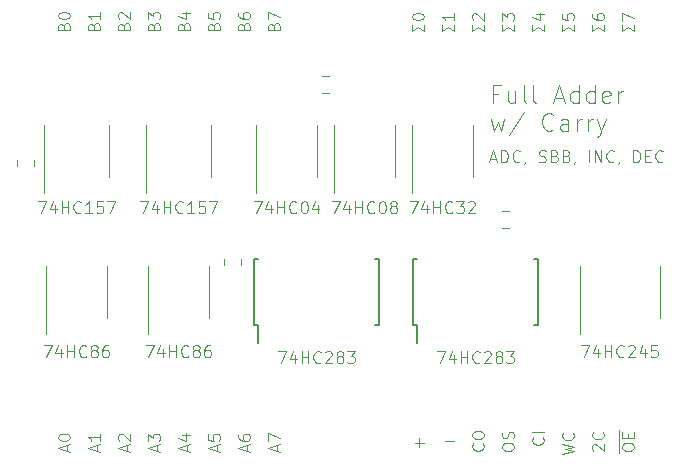
<source format=gbr>
%TF.GenerationSoftware,KiCad,Pcbnew,(5.1.10-1-10_14)*%
%TF.CreationDate,2021-12-18T11:30:40-05:00*%
%TF.ProjectId,Arithmetic,41726974-686d-4657-9469-632e6b696361,rev?*%
%TF.SameCoordinates,Original*%
%TF.FileFunction,Legend,Top*%
%TF.FilePolarity,Positive*%
%FSLAX46Y46*%
G04 Gerber Fmt 4.6, Leading zero omitted, Abs format (unit mm)*
G04 Created by KiCad (PCBNEW (5.1.10-1-10_14)) date 2021-12-18 11:30:40*
%MOMM*%
%LPD*%
G01*
G04 APERTURE LIST*
%ADD10C,0.100000*%
%ADD11C,0.120000*%
%ADD12C,0.150000*%
G04 APERTURE END LIST*
D10*
X145035476Y-56808666D02*
X145511666Y-56808666D01*
X144940238Y-57094380D02*
X145273571Y-56094380D01*
X145606904Y-57094380D01*
X145940238Y-57094380D02*
X145940238Y-56094380D01*
X146178333Y-56094380D01*
X146321190Y-56142000D01*
X146416428Y-56237238D01*
X146464047Y-56332476D01*
X146511666Y-56522952D01*
X146511666Y-56665809D01*
X146464047Y-56856285D01*
X146416428Y-56951523D01*
X146321190Y-57046761D01*
X146178333Y-57094380D01*
X145940238Y-57094380D01*
X147511666Y-56999142D02*
X147464047Y-57046761D01*
X147321190Y-57094380D01*
X147225952Y-57094380D01*
X147083095Y-57046761D01*
X146987857Y-56951523D01*
X146940238Y-56856285D01*
X146892619Y-56665809D01*
X146892619Y-56522952D01*
X146940238Y-56332476D01*
X146987857Y-56237238D01*
X147083095Y-56142000D01*
X147225952Y-56094380D01*
X147321190Y-56094380D01*
X147464047Y-56142000D01*
X147511666Y-56189619D01*
X147987857Y-57046761D02*
X147987857Y-57094380D01*
X147940238Y-57189619D01*
X147892619Y-57237238D01*
X149130714Y-57046761D02*
X149273571Y-57094380D01*
X149511666Y-57094380D01*
X149606904Y-57046761D01*
X149654523Y-56999142D01*
X149702142Y-56903904D01*
X149702142Y-56808666D01*
X149654523Y-56713428D01*
X149606904Y-56665809D01*
X149511666Y-56618190D01*
X149321190Y-56570571D01*
X149225952Y-56522952D01*
X149178333Y-56475333D01*
X149130714Y-56380095D01*
X149130714Y-56284857D01*
X149178333Y-56189619D01*
X149225952Y-56142000D01*
X149321190Y-56094380D01*
X149559285Y-56094380D01*
X149702142Y-56142000D01*
X150464047Y-56570571D02*
X150606904Y-56618190D01*
X150654523Y-56665809D01*
X150702142Y-56761047D01*
X150702142Y-56903904D01*
X150654523Y-56999142D01*
X150606904Y-57046761D01*
X150511666Y-57094380D01*
X150130714Y-57094380D01*
X150130714Y-56094380D01*
X150464047Y-56094380D01*
X150559285Y-56142000D01*
X150606904Y-56189619D01*
X150654523Y-56284857D01*
X150654523Y-56380095D01*
X150606904Y-56475333D01*
X150559285Y-56522952D01*
X150464047Y-56570571D01*
X150130714Y-56570571D01*
X151464047Y-56570571D02*
X151606904Y-56618190D01*
X151654523Y-56665809D01*
X151702142Y-56761047D01*
X151702142Y-56903904D01*
X151654523Y-56999142D01*
X151606904Y-57046761D01*
X151511666Y-57094380D01*
X151130714Y-57094380D01*
X151130714Y-56094380D01*
X151464047Y-56094380D01*
X151559285Y-56142000D01*
X151606904Y-56189619D01*
X151654523Y-56284857D01*
X151654523Y-56380095D01*
X151606904Y-56475333D01*
X151559285Y-56522952D01*
X151464047Y-56570571D01*
X151130714Y-56570571D01*
X152178333Y-57046761D02*
X152178333Y-57094380D01*
X152130714Y-57189619D01*
X152083095Y-57237238D01*
X153368809Y-57094380D02*
X153368809Y-56094380D01*
X153845000Y-57094380D02*
X153845000Y-56094380D01*
X154416428Y-57094380D01*
X154416428Y-56094380D01*
X155464047Y-56999142D02*
X155416428Y-57046761D01*
X155273571Y-57094380D01*
X155178333Y-57094380D01*
X155035476Y-57046761D01*
X154940238Y-56951523D01*
X154892619Y-56856285D01*
X154845000Y-56665809D01*
X154845000Y-56522952D01*
X154892619Y-56332476D01*
X154940238Y-56237238D01*
X155035476Y-56142000D01*
X155178333Y-56094380D01*
X155273571Y-56094380D01*
X155416428Y-56142000D01*
X155464047Y-56189619D01*
X155940238Y-57046761D02*
X155940238Y-57094380D01*
X155892619Y-57189619D01*
X155845000Y-57237238D01*
X157130714Y-57094380D02*
X157130714Y-56094380D01*
X157368809Y-56094380D01*
X157511666Y-56142000D01*
X157606904Y-56237238D01*
X157654523Y-56332476D01*
X157702142Y-56522952D01*
X157702142Y-56665809D01*
X157654523Y-56856285D01*
X157606904Y-56951523D01*
X157511666Y-57046761D01*
X157368809Y-57094380D01*
X157130714Y-57094380D01*
X158130714Y-56570571D02*
X158464047Y-56570571D01*
X158606904Y-57094380D02*
X158130714Y-57094380D01*
X158130714Y-56094380D01*
X158606904Y-56094380D01*
X159606904Y-56999142D02*
X159559285Y-57046761D01*
X159416428Y-57094380D01*
X159321190Y-57094380D01*
X159178333Y-57046761D01*
X159083095Y-56951523D01*
X159035476Y-56856285D01*
X158987857Y-56665809D01*
X158987857Y-56522952D01*
X159035476Y-56332476D01*
X159083095Y-56237238D01*
X159178333Y-56142000D01*
X159321190Y-56094380D01*
X159416428Y-56094380D01*
X159559285Y-56142000D01*
X159606904Y-56189619D01*
X145702142Y-51295857D02*
X145202142Y-51295857D01*
X145202142Y-52081571D02*
X145202142Y-50581571D01*
X145916428Y-50581571D01*
X147130714Y-51081571D02*
X147130714Y-52081571D01*
X146487857Y-51081571D02*
X146487857Y-51867285D01*
X146559285Y-52010142D01*
X146702142Y-52081571D01*
X146916428Y-52081571D01*
X147059285Y-52010142D01*
X147130714Y-51938714D01*
X148059285Y-52081571D02*
X147916428Y-52010142D01*
X147845000Y-51867285D01*
X147845000Y-50581571D01*
X148845000Y-52081571D02*
X148702142Y-52010142D01*
X148630714Y-51867285D01*
X148630714Y-50581571D01*
X150487857Y-51653000D02*
X151202142Y-51653000D01*
X150345000Y-52081571D02*
X150845000Y-50581571D01*
X151345000Y-52081571D01*
X152487857Y-52081571D02*
X152487857Y-50581571D01*
X152487857Y-52010142D02*
X152345000Y-52081571D01*
X152059285Y-52081571D01*
X151916428Y-52010142D01*
X151845000Y-51938714D01*
X151773571Y-51795857D01*
X151773571Y-51367285D01*
X151845000Y-51224428D01*
X151916428Y-51153000D01*
X152059285Y-51081571D01*
X152345000Y-51081571D01*
X152487857Y-51153000D01*
X153845000Y-52081571D02*
X153845000Y-50581571D01*
X153845000Y-52010142D02*
X153702142Y-52081571D01*
X153416428Y-52081571D01*
X153273571Y-52010142D01*
X153202142Y-51938714D01*
X153130714Y-51795857D01*
X153130714Y-51367285D01*
X153202142Y-51224428D01*
X153273571Y-51153000D01*
X153416428Y-51081571D01*
X153702142Y-51081571D01*
X153845000Y-51153000D01*
X155130714Y-52010142D02*
X154987857Y-52081571D01*
X154702142Y-52081571D01*
X154559285Y-52010142D01*
X154487857Y-51867285D01*
X154487857Y-51295857D01*
X154559285Y-51153000D01*
X154702142Y-51081571D01*
X154987857Y-51081571D01*
X155130714Y-51153000D01*
X155202142Y-51295857D01*
X155202142Y-51438714D01*
X154487857Y-51581571D01*
X155845000Y-52081571D02*
X155845000Y-51081571D01*
X155845000Y-51367285D02*
X155916428Y-51224428D01*
X155987857Y-51153000D01*
X156130714Y-51081571D01*
X156273571Y-51081571D01*
X145059285Y-53431571D02*
X145345000Y-54431571D01*
X145630714Y-53717285D01*
X145916428Y-54431571D01*
X146202142Y-53431571D01*
X147845000Y-52860142D02*
X146559285Y-54788714D01*
X150345000Y-54288714D02*
X150273571Y-54360142D01*
X150059285Y-54431571D01*
X149916428Y-54431571D01*
X149702142Y-54360142D01*
X149559285Y-54217285D01*
X149487857Y-54074428D01*
X149416428Y-53788714D01*
X149416428Y-53574428D01*
X149487857Y-53288714D01*
X149559285Y-53145857D01*
X149702142Y-53003000D01*
X149916428Y-52931571D01*
X150059285Y-52931571D01*
X150273571Y-53003000D01*
X150345000Y-53074428D01*
X151630714Y-54431571D02*
X151630714Y-53645857D01*
X151559285Y-53503000D01*
X151416428Y-53431571D01*
X151130714Y-53431571D01*
X150987857Y-53503000D01*
X151630714Y-54360142D02*
X151487857Y-54431571D01*
X151130714Y-54431571D01*
X150987857Y-54360142D01*
X150916428Y-54217285D01*
X150916428Y-54074428D01*
X150987857Y-53931571D01*
X151130714Y-53860142D01*
X151487857Y-53860142D01*
X151630714Y-53788714D01*
X152345000Y-54431571D02*
X152345000Y-53431571D01*
X152345000Y-53717285D02*
X152416428Y-53574428D01*
X152487857Y-53503000D01*
X152630714Y-53431571D01*
X152773571Y-53431571D01*
X153273571Y-54431571D02*
X153273571Y-53431571D01*
X153273571Y-53717285D02*
X153345000Y-53574428D01*
X153416428Y-53503000D01*
X153559285Y-53431571D01*
X153702142Y-53431571D01*
X154059285Y-53431571D02*
X154416428Y-54431571D01*
X154773571Y-53431571D02*
X154416428Y-54431571D01*
X154273571Y-54788714D01*
X154202142Y-54860142D01*
X154059285Y-54931571D01*
X139009428Y-81230904D02*
X139009428Y-80469000D01*
X139390380Y-80849952D02*
X138628476Y-80849952D01*
X155868000Y-81723000D02*
X155868000Y-80675380D01*
X156170380Y-81294428D02*
X156170380Y-81103952D01*
X156218000Y-81008714D01*
X156313238Y-80913476D01*
X156503714Y-80865857D01*
X156837047Y-80865857D01*
X157027523Y-80913476D01*
X157122761Y-81008714D01*
X157170380Y-81103952D01*
X157170380Y-81294428D01*
X157122761Y-81389666D01*
X157027523Y-81484904D01*
X156837047Y-81532523D01*
X156503714Y-81532523D01*
X156313238Y-81484904D01*
X156218000Y-81389666D01*
X156170380Y-81294428D01*
X155868000Y-80675380D02*
X155868000Y-79770619D01*
X156646571Y-80437285D02*
X156646571Y-80103952D01*
X157170380Y-79961095D02*
X157170380Y-80437285D01*
X156170380Y-80437285D01*
X156170380Y-79961095D01*
X153725619Y-81532523D02*
X153678000Y-81484904D01*
X153630380Y-81389666D01*
X153630380Y-81151571D01*
X153678000Y-81056333D01*
X153725619Y-81008714D01*
X153820857Y-80961095D01*
X153916095Y-80961095D01*
X154058952Y-81008714D01*
X154630380Y-81580142D01*
X154630380Y-80961095D01*
X154535142Y-79961095D02*
X154582761Y-80008714D01*
X154630380Y-80151571D01*
X154630380Y-80246809D01*
X154582761Y-80389666D01*
X154487523Y-80484904D01*
X154392285Y-80532523D01*
X154201809Y-80580142D01*
X154058952Y-80580142D01*
X153868476Y-80532523D01*
X153773238Y-80484904D01*
X153678000Y-80389666D01*
X153630380Y-80246809D01*
X153630380Y-80151571D01*
X153678000Y-80008714D01*
X153725619Y-79961095D01*
X149455142Y-80405476D02*
X149502761Y-80453095D01*
X149550380Y-80595952D01*
X149550380Y-80691190D01*
X149502761Y-80834047D01*
X149407523Y-80929285D01*
X149312285Y-80976904D01*
X149121809Y-81024523D01*
X148978952Y-81024523D01*
X148788476Y-80976904D01*
X148693238Y-80929285D01*
X148598000Y-80834047D01*
X148550380Y-80691190D01*
X148550380Y-80595952D01*
X148598000Y-80453095D01*
X148645619Y-80405476D01*
X149550380Y-79976904D02*
X148550380Y-79976904D01*
X141936904Y-80700571D02*
X141175000Y-80700571D01*
X151090380Y-81834142D02*
X152090380Y-81596047D01*
X151376095Y-81405571D01*
X152090380Y-81215095D01*
X151090380Y-80977000D01*
X151995142Y-80024619D02*
X152042761Y-80072238D01*
X152090380Y-80215095D01*
X152090380Y-80310333D01*
X152042761Y-80453190D01*
X151947523Y-80548428D01*
X151852285Y-80596047D01*
X151661809Y-80643666D01*
X151518952Y-80643666D01*
X151328476Y-80596047D01*
X151233238Y-80548428D01*
X151138000Y-80453190D01*
X151090380Y-80310333D01*
X151090380Y-80215095D01*
X151138000Y-80072238D01*
X151185619Y-80024619D01*
X144375142Y-80913476D02*
X144422761Y-80961095D01*
X144470380Y-81103952D01*
X144470380Y-81199190D01*
X144422761Y-81342047D01*
X144327523Y-81437285D01*
X144232285Y-81484904D01*
X144041809Y-81532523D01*
X143898952Y-81532523D01*
X143708476Y-81484904D01*
X143613238Y-81437285D01*
X143518000Y-81342047D01*
X143470380Y-81199190D01*
X143470380Y-81103952D01*
X143518000Y-80961095D01*
X143565619Y-80913476D01*
X143470380Y-80294428D02*
X143470380Y-80103952D01*
X143518000Y-80008714D01*
X143613238Y-79913476D01*
X143803714Y-79865857D01*
X144137047Y-79865857D01*
X144327523Y-79913476D01*
X144422761Y-80008714D01*
X144470380Y-80103952D01*
X144470380Y-80294428D01*
X144422761Y-80389666D01*
X144327523Y-80484904D01*
X144137047Y-80532523D01*
X143803714Y-80532523D01*
X143613238Y-80484904D01*
X143518000Y-80389666D01*
X143470380Y-80294428D01*
X146010380Y-81294428D02*
X146010380Y-81103952D01*
X146058000Y-81008714D01*
X146153238Y-80913476D01*
X146343714Y-80865857D01*
X146677047Y-80865857D01*
X146867523Y-80913476D01*
X146962761Y-81008714D01*
X147010380Y-81103952D01*
X147010380Y-81294428D01*
X146962761Y-81389666D01*
X146867523Y-81484904D01*
X146677047Y-81532523D01*
X146343714Y-81532523D01*
X146153238Y-81484904D01*
X146058000Y-81389666D01*
X146010380Y-81294428D01*
X146962761Y-80484904D02*
X147010380Y-80342047D01*
X147010380Y-80103952D01*
X146962761Y-80008714D01*
X146915142Y-79961095D01*
X146819904Y-79913476D01*
X146724666Y-79913476D01*
X146629428Y-79961095D01*
X146581809Y-80008714D01*
X146534190Y-80103952D01*
X146486571Y-80294428D01*
X146438952Y-80389666D01*
X146391333Y-80437285D01*
X146296095Y-80484904D01*
X146200857Y-80484904D01*
X146105619Y-80437285D01*
X146058000Y-80389666D01*
X146010380Y-80294428D01*
X146010380Y-80056333D01*
X146058000Y-79913476D01*
X119292666Y-81532523D02*
X119292666Y-81056333D01*
X119578380Y-81627761D02*
X118578380Y-81294428D01*
X119578380Y-80961095D01*
X118911714Y-80199190D02*
X119578380Y-80199190D01*
X118530761Y-80437285D02*
X119245047Y-80675380D01*
X119245047Y-80056333D01*
X121832666Y-81532523D02*
X121832666Y-81056333D01*
X122118380Y-81627761D02*
X121118380Y-81294428D01*
X122118380Y-80961095D01*
X121118380Y-80151571D02*
X121118380Y-80627761D01*
X121594571Y-80675380D01*
X121546952Y-80627761D01*
X121499333Y-80532523D01*
X121499333Y-80294428D01*
X121546952Y-80199190D01*
X121594571Y-80151571D01*
X121689809Y-80103952D01*
X121927904Y-80103952D01*
X122023142Y-80151571D01*
X122070761Y-80199190D01*
X122118380Y-80294428D01*
X122118380Y-80532523D01*
X122070761Y-80627761D01*
X122023142Y-80675380D01*
X124372666Y-81532523D02*
X124372666Y-81056333D01*
X124658380Y-81627761D02*
X123658380Y-81294428D01*
X124658380Y-80961095D01*
X123658380Y-80199190D02*
X123658380Y-80389666D01*
X123706000Y-80484904D01*
X123753619Y-80532523D01*
X123896476Y-80627761D01*
X124086952Y-80675380D01*
X124467904Y-80675380D01*
X124563142Y-80627761D01*
X124610761Y-80580142D01*
X124658380Y-80484904D01*
X124658380Y-80294428D01*
X124610761Y-80199190D01*
X124563142Y-80151571D01*
X124467904Y-80103952D01*
X124229809Y-80103952D01*
X124134571Y-80151571D01*
X124086952Y-80199190D01*
X124039333Y-80294428D01*
X124039333Y-80484904D01*
X124086952Y-80580142D01*
X124134571Y-80627761D01*
X124229809Y-80675380D01*
X126912666Y-81532523D02*
X126912666Y-81056333D01*
X127198380Y-81627761D02*
X126198380Y-81294428D01*
X127198380Y-80961095D01*
X126198380Y-80723000D02*
X126198380Y-80056333D01*
X127198380Y-80484904D01*
X114212666Y-81532523D02*
X114212666Y-81056333D01*
X114498380Y-81627761D02*
X113498380Y-81294428D01*
X114498380Y-80961095D01*
X113593619Y-80675380D02*
X113546000Y-80627761D01*
X113498380Y-80532523D01*
X113498380Y-80294428D01*
X113546000Y-80199190D01*
X113593619Y-80151571D01*
X113688857Y-80103952D01*
X113784095Y-80103952D01*
X113926952Y-80151571D01*
X114498380Y-80723000D01*
X114498380Y-80103952D01*
X116752666Y-81532523D02*
X116752666Y-81056333D01*
X117038380Y-81627761D02*
X116038380Y-81294428D01*
X117038380Y-80961095D01*
X116038380Y-80723000D02*
X116038380Y-80103952D01*
X116419333Y-80437285D01*
X116419333Y-80294428D01*
X116466952Y-80199190D01*
X116514571Y-80151571D01*
X116609809Y-80103952D01*
X116847904Y-80103952D01*
X116943142Y-80151571D01*
X116990761Y-80199190D01*
X117038380Y-80294428D01*
X117038380Y-80580142D01*
X116990761Y-80675380D01*
X116943142Y-80723000D01*
X111672666Y-81532523D02*
X111672666Y-81056333D01*
X111958380Y-81627761D02*
X110958380Y-81294428D01*
X111958380Y-80961095D01*
X111958380Y-80103952D02*
X111958380Y-80675380D01*
X111958380Y-80389666D02*
X110958380Y-80389666D01*
X111101238Y-80484904D01*
X111196476Y-80580142D01*
X111244095Y-80675380D01*
X109132666Y-81532523D02*
X109132666Y-81056333D01*
X109418380Y-81627761D02*
X108418380Y-81294428D01*
X109418380Y-80961095D01*
X108418380Y-80437285D02*
X108418380Y-80342047D01*
X108466000Y-80246809D01*
X108513619Y-80199190D01*
X108608857Y-80151571D01*
X108799333Y-80103952D01*
X109037428Y-80103952D01*
X109227904Y-80151571D01*
X109323142Y-80199190D01*
X109370761Y-80246809D01*
X109418380Y-80342047D01*
X109418380Y-80437285D01*
X109370761Y-80532523D01*
X109323142Y-80580142D01*
X109227904Y-80627761D01*
X109037428Y-80675380D01*
X108799333Y-80675380D01*
X108608857Y-80627761D01*
X108513619Y-80580142D01*
X108466000Y-80532523D01*
X108418380Y-80437285D01*
X108894571Y-45591571D02*
X108942190Y-45448714D01*
X108989809Y-45401095D01*
X109085047Y-45353476D01*
X109227904Y-45353476D01*
X109323142Y-45401095D01*
X109370761Y-45448714D01*
X109418380Y-45543952D01*
X109418380Y-45924904D01*
X108418380Y-45924904D01*
X108418380Y-45591571D01*
X108466000Y-45496333D01*
X108513619Y-45448714D01*
X108608857Y-45401095D01*
X108704095Y-45401095D01*
X108799333Y-45448714D01*
X108846952Y-45496333D01*
X108894571Y-45591571D01*
X108894571Y-45924904D01*
X108418380Y-44734428D02*
X108418380Y-44639190D01*
X108466000Y-44543952D01*
X108513619Y-44496333D01*
X108608857Y-44448714D01*
X108799333Y-44401095D01*
X109037428Y-44401095D01*
X109227904Y-44448714D01*
X109323142Y-44496333D01*
X109370761Y-44543952D01*
X109418380Y-44639190D01*
X109418380Y-44734428D01*
X109370761Y-44829666D01*
X109323142Y-44877285D01*
X109227904Y-44924904D01*
X109037428Y-44972523D01*
X108799333Y-44972523D01*
X108608857Y-44924904D01*
X108513619Y-44877285D01*
X108466000Y-44829666D01*
X108418380Y-44734428D01*
X139390380Y-45448714D02*
X139390380Y-45972523D01*
X138866571Y-45639190D01*
X138390380Y-45972523D01*
X138390380Y-45448714D01*
X138390380Y-44829666D02*
X138390380Y-44734428D01*
X138438000Y-44639190D01*
X138485619Y-44591571D01*
X138580857Y-44543952D01*
X138771333Y-44496333D01*
X139009428Y-44496333D01*
X139199904Y-44543952D01*
X139295142Y-44591571D01*
X139342761Y-44639190D01*
X139390380Y-44734428D01*
X139390380Y-44829666D01*
X139342761Y-44924904D01*
X139295142Y-44972523D01*
X139199904Y-45020142D01*
X139009428Y-45067761D01*
X138771333Y-45067761D01*
X138580857Y-45020142D01*
X138485619Y-44972523D01*
X138438000Y-44924904D01*
X138390380Y-44829666D01*
X154630380Y-45448714D02*
X154630380Y-45972523D01*
X154106571Y-45639190D01*
X153630380Y-45972523D01*
X153630380Y-45448714D01*
X153630380Y-44591571D02*
X153630380Y-44782047D01*
X153678000Y-44877285D01*
X153725619Y-44924904D01*
X153868476Y-45020142D01*
X154058952Y-45067761D01*
X154439904Y-45067761D01*
X154535142Y-45020142D01*
X154582761Y-44972523D01*
X154630380Y-44877285D01*
X154630380Y-44686809D01*
X154582761Y-44591571D01*
X154535142Y-44543952D01*
X154439904Y-44496333D01*
X154201809Y-44496333D01*
X154106571Y-44543952D01*
X154058952Y-44591571D01*
X154011333Y-44686809D01*
X154011333Y-44877285D01*
X154058952Y-44972523D01*
X154106571Y-45020142D01*
X154201809Y-45067761D01*
X147010380Y-45448714D02*
X147010380Y-45972523D01*
X146486571Y-45639190D01*
X146010380Y-45972523D01*
X146010380Y-45448714D01*
X146010380Y-45115380D02*
X146010380Y-44496333D01*
X146391333Y-44829666D01*
X146391333Y-44686809D01*
X146438952Y-44591571D01*
X146486571Y-44543952D01*
X146581809Y-44496333D01*
X146819904Y-44496333D01*
X146915142Y-44543952D01*
X146962761Y-44591571D01*
X147010380Y-44686809D01*
X147010380Y-44972523D01*
X146962761Y-45067761D01*
X146915142Y-45115380D01*
X152090380Y-45448714D02*
X152090380Y-45972523D01*
X151566571Y-45639190D01*
X151090380Y-45972523D01*
X151090380Y-45448714D01*
X151090380Y-44543952D02*
X151090380Y-45020142D01*
X151566571Y-45067761D01*
X151518952Y-45020142D01*
X151471333Y-44924904D01*
X151471333Y-44686809D01*
X151518952Y-44591571D01*
X151566571Y-44543952D01*
X151661809Y-44496333D01*
X151899904Y-44496333D01*
X151995142Y-44543952D01*
X152042761Y-44591571D01*
X152090380Y-44686809D01*
X152090380Y-44924904D01*
X152042761Y-45020142D01*
X151995142Y-45067761D01*
X141930380Y-45448714D02*
X141930380Y-45972523D01*
X141406571Y-45639190D01*
X140930380Y-45972523D01*
X140930380Y-45448714D01*
X141930380Y-44496333D02*
X141930380Y-45067761D01*
X141930380Y-44782047D02*
X140930380Y-44782047D01*
X141073238Y-44877285D01*
X141168476Y-44972523D01*
X141216095Y-45067761D01*
X157170380Y-45448714D02*
X157170380Y-45972523D01*
X156646571Y-45639190D01*
X156170380Y-45972523D01*
X156170380Y-45448714D01*
X156170380Y-45115380D02*
X156170380Y-44448714D01*
X157170380Y-44877285D01*
X144470380Y-45448714D02*
X144470380Y-45972523D01*
X143946571Y-45639190D01*
X143470380Y-45972523D01*
X143470380Y-45448714D01*
X143565619Y-45067761D02*
X143518000Y-45020142D01*
X143470380Y-44924904D01*
X143470380Y-44686809D01*
X143518000Y-44591571D01*
X143565619Y-44543952D01*
X143660857Y-44496333D01*
X143756095Y-44496333D01*
X143898952Y-44543952D01*
X144470380Y-45115380D01*
X144470380Y-44496333D01*
X149550380Y-45448714D02*
X149550380Y-45972523D01*
X149026571Y-45639190D01*
X148550380Y-45972523D01*
X148550380Y-45448714D01*
X148883714Y-44591571D02*
X149550380Y-44591571D01*
X148502761Y-44829666D02*
X149217047Y-45067761D01*
X149217047Y-44448714D01*
X126674571Y-45591571D02*
X126722190Y-45448714D01*
X126769809Y-45401095D01*
X126865047Y-45353476D01*
X127007904Y-45353476D01*
X127103142Y-45401095D01*
X127150761Y-45448714D01*
X127198380Y-45543952D01*
X127198380Y-45924904D01*
X126198380Y-45924904D01*
X126198380Y-45591571D01*
X126246000Y-45496333D01*
X126293619Y-45448714D01*
X126388857Y-45401095D01*
X126484095Y-45401095D01*
X126579333Y-45448714D01*
X126626952Y-45496333D01*
X126674571Y-45591571D01*
X126674571Y-45924904D01*
X126198380Y-45020142D02*
X126198380Y-44353476D01*
X127198380Y-44782047D01*
X124134571Y-45591571D02*
X124182190Y-45448714D01*
X124229809Y-45401095D01*
X124325047Y-45353476D01*
X124467904Y-45353476D01*
X124563142Y-45401095D01*
X124610761Y-45448714D01*
X124658380Y-45543952D01*
X124658380Y-45924904D01*
X123658380Y-45924904D01*
X123658380Y-45591571D01*
X123706000Y-45496333D01*
X123753619Y-45448714D01*
X123848857Y-45401095D01*
X123944095Y-45401095D01*
X124039333Y-45448714D01*
X124086952Y-45496333D01*
X124134571Y-45591571D01*
X124134571Y-45924904D01*
X123658380Y-44496333D02*
X123658380Y-44686809D01*
X123706000Y-44782047D01*
X123753619Y-44829666D01*
X123896476Y-44924904D01*
X124086952Y-44972523D01*
X124467904Y-44972523D01*
X124563142Y-44924904D01*
X124610761Y-44877285D01*
X124658380Y-44782047D01*
X124658380Y-44591571D01*
X124610761Y-44496333D01*
X124563142Y-44448714D01*
X124467904Y-44401095D01*
X124229809Y-44401095D01*
X124134571Y-44448714D01*
X124086952Y-44496333D01*
X124039333Y-44591571D01*
X124039333Y-44782047D01*
X124086952Y-44877285D01*
X124134571Y-44924904D01*
X124229809Y-44972523D01*
X121594571Y-45591571D02*
X121642190Y-45448714D01*
X121689809Y-45401095D01*
X121785047Y-45353476D01*
X121927904Y-45353476D01*
X122023142Y-45401095D01*
X122070761Y-45448714D01*
X122118380Y-45543952D01*
X122118380Y-45924904D01*
X121118380Y-45924904D01*
X121118380Y-45591571D01*
X121166000Y-45496333D01*
X121213619Y-45448714D01*
X121308857Y-45401095D01*
X121404095Y-45401095D01*
X121499333Y-45448714D01*
X121546952Y-45496333D01*
X121594571Y-45591571D01*
X121594571Y-45924904D01*
X121118380Y-44448714D02*
X121118380Y-44924904D01*
X121594571Y-44972523D01*
X121546952Y-44924904D01*
X121499333Y-44829666D01*
X121499333Y-44591571D01*
X121546952Y-44496333D01*
X121594571Y-44448714D01*
X121689809Y-44401095D01*
X121927904Y-44401095D01*
X122023142Y-44448714D01*
X122070761Y-44496333D01*
X122118380Y-44591571D01*
X122118380Y-44829666D01*
X122070761Y-44924904D01*
X122023142Y-44972523D01*
X119054571Y-45591571D02*
X119102190Y-45448714D01*
X119149809Y-45401095D01*
X119245047Y-45353476D01*
X119387904Y-45353476D01*
X119483142Y-45401095D01*
X119530761Y-45448714D01*
X119578380Y-45543952D01*
X119578380Y-45924904D01*
X118578380Y-45924904D01*
X118578380Y-45591571D01*
X118626000Y-45496333D01*
X118673619Y-45448714D01*
X118768857Y-45401095D01*
X118864095Y-45401095D01*
X118959333Y-45448714D01*
X119006952Y-45496333D01*
X119054571Y-45591571D01*
X119054571Y-45924904D01*
X118911714Y-44496333D02*
X119578380Y-44496333D01*
X118530761Y-44734428D02*
X119245047Y-44972523D01*
X119245047Y-44353476D01*
X116514571Y-45591571D02*
X116562190Y-45448714D01*
X116609809Y-45401095D01*
X116705047Y-45353476D01*
X116847904Y-45353476D01*
X116943142Y-45401095D01*
X116990761Y-45448714D01*
X117038380Y-45543952D01*
X117038380Y-45924904D01*
X116038380Y-45924904D01*
X116038380Y-45591571D01*
X116086000Y-45496333D01*
X116133619Y-45448714D01*
X116228857Y-45401095D01*
X116324095Y-45401095D01*
X116419333Y-45448714D01*
X116466952Y-45496333D01*
X116514571Y-45591571D01*
X116514571Y-45924904D01*
X116038380Y-45020142D02*
X116038380Y-44401095D01*
X116419333Y-44734428D01*
X116419333Y-44591571D01*
X116466952Y-44496333D01*
X116514571Y-44448714D01*
X116609809Y-44401095D01*
X116847904Y-44401095D01*
X116943142Y-44448714D01*
X116990761Y-44496333D01*
X117038380Y-44591571D01*
X117038380Y-44877285D01*
X116990761Y-44972523D01*
X116943142Y-45020142D01*
X113974571Y-45591571D02*
X114022190Y-45448714D01*
X114069809Y-45401095D01*
X114165047Y-45353476D01*
X114307904Y-45353476D01*
X114403142Y-45401095D01*
X114450761Y-45448714D01*
X114498380Y-45543952D01*
X114498380Y-45924904D01*
X113498380Y-45924904D01*
X113498380Y-45591571D01*
X113546000Y-45496333D01*
X113593619Y-45448714D01*
X113688857Y-45401095D01*
X113784095Y-45401095D01*
X113879333Y-45448714D01*
X113926952Y-45496333D01*
X113974571Y-45591571D01*
X113974571Y-45924904D01*
X113593619Y-44972523D02*
X113546000Y-44924904D01*
X113498380Y-44829666D01*
X113498380Y-44591571D01*
X113546000Y-44496333D01*
X113593619Y-44448714D01*
X113688857Y-44401095D01*
X113784095Y-44401095D01*
X113926952Y-44448714D01*
X114498380Y-45020142D01*
X114498380Y-44401095D01*
X111434571Y-45591571D02*
X111482190Y-45448714D01*
X111529809Y-45401095D01*
X111625047Y-45353476D01*
X111767904Y-45353476D01*
X111863142Y-45401095D01*
X111910761Y-45448714D01*
X111958380Y-45543952D01*
X111958380Y-45924904D01*
X110958380Y-45924904D01*
X110958380Y-45591571D01*
X111006000Y-45496333D01*
X111053619Y-45448714D01*
X111148857Y-45401095D01*
X111244095Y-45401095D01*
X111339333Y-45448714D01*
X111386952Y-45496333D01*
X111434571Y-45591571D01*
X111434571Y-45924904D01*
X111958380Y-44401095D02*
X111958380Y-44972523D01*
X111958380Y-44686809D02*
X110958380Y-44686809D01*
X111101238Y-44782047D01*
X111196476Y-44877285D01*
X111244095Y-44972523D01*
X108894571Y-45591571D02*
X108942190Y-45448714D01*
X108989809Y-45401095D01*
X109085047Y-45353476D01*
X109227904Y-45353476D01*
X109323142Y-45401095D01*
X109370761Y-45448714D01*
X109418380Y-45543952D01*
X109418380Y-45924904D01*
X108418380Y-45924904D01*
X108418380Y-45591571D01*
X108466000Y-45496333D01*
X108513619Y-45448714D01*
X108608857Y-45401095D01*
X108704095Y-45401095D01*
X108799333Y-45448714D01*
X108846952Y-45496333D01*
X108894571Y-45591571D01*
X108894571Y-45924904D01*
X108418380Y-44734428D02*
X108418380Y-44639190D01*
X108466000Y-44543952D01*
X108513619Y-44496333D01*
X108608857Y-44448714D01*
X108799333Y-44401095D01*
X109037428Y-44401095D01*
X109227904Y-44448714D01*
X109323142Y-44496333D01*
X109370761Y-44543952D01*
X109418380Y-44639190D01*
X109418380Y-44734428D01*
X109370761Y-44829666D01*
X109323142Y-44877285D01*
X109227904Y-44924904D01*
X109037428Y-44972523D01*
X108799333Y-44972523D01*
X108608857Y-44924904D01*
X108513619Y-44877285D01*
X108466000Y-44829666D01*
X108418380Y-44734428D01*
D11*
%TO.C,U7*%
X159341000Y-68072000D02*
X159341000Y-65872000D01*
X159341000Y-68072000D02*
X159341000Y-70272000D01*
X152571000Y-68072000D02*
X152571000Y-65872000D01*
X152571000Y-68072000D02*
X152571000Y-71672000D01*
%TO.C,C4*%
X122455000Y-65270748D02*
X122455000Y-65793252D01*
X123925000Y-65270748D02*
X123925000Y-65793252D01*
%TO.C,C3*%
X104929000Y-56888748D02*
X104929000Y-57411252D01*
X106399000Y-56888748D02*
X106399000Y-57411252D01*
%TO.C,C2*%
X146042748Y-62711000D02*
X146565252Y-62711000D01*
X146042748Y-61241000D02*
X146565252Y-61241000D01*
%TO.C,C1*%
X130802748Y-51281000D02*
X131325252Y-51281000D01*
X130802748Y-49811000D02*
X131325252Y-49811000D01*
%TO.C,U34*%
X138360000Y-56134000D02*
X138360000Y-59734000D01*
X138360000Y-56134000D02*
X138360000Y-53934000D01*
X143580000Y-56134000D02*
X143580000Y-58334000D01*
X143580000Y-56134000D02*
X143580000Y-53934000D01*
%TO.C,U33*%
X131756000Y-56134000D02*
X131756000Y-59734000D01*
X131756000Y-56134000D02*
X131756000Y-53934000D01*
X136976000Y-56134000D02*
X136976000Y-58334000D01*
X136976000Y-56134000D02*
X136976000Y-53934000D01*
%TO.C,U32*%
X125152000Y-56134000D02*
X125152000Y-59734000D01*
X125152000Y-56134000D02*
X125152000Y-53934000D01*
X130372000Y-56134000D02*
X130372000Y-58334000D01*
X130372000Y-56134000D02*
X130372000Y-53934000D01*
D12*
%TO.C,U6*%
X138764000Y-70847000D02*
X138764000Y-72372000D01*
X149039000Y-70847000D02*
X149039000Y-65297000D01*
X138489000Y-70847000D02*
X138489000Y-65297000D01*
X149039000Y-70847000D02*
X148684000Y-70847000D01*
X149039000Y-65297000D02*
X148684000Y-65297000D01*
X138489000Y-65297000D02*
X138844000Y-65297000D01*
X138489000Y-70847000D02*
X138764000Y-70847000D01*
%TO.C,U5*%
X125302000Y-70847000D02*
X125302000Y-72372000D01*
X135577000Y-70847000D02*
X135577000Y-65297000D01*
X125027000Y-70847000D02*
X125027000Y-65297000D01*
X135577000Y-70847000D02*
X135222000Y-70847000D01*
X135577000Y-65297000D02*
X135222000Y-65297000D01*
X125027000Y-65297000D02*
X125382000Y-65297000D01*
X125027000Y-70847000D02*
X125302000Y-70847000D01*
D11*
%TO.C,U4*%
X116008000Y-68072000D02*
X116008000Y-71672000D01*
X116008000Y-68072000D02*
X116008000Y-65872000D01*
X121228000Y-68072000D02*
X121228000Y-70272000D01*
X121228000Y-68072000D02*
X121228000Y-65872000D01*
%TO.C,U3*%
X107372000Y-68072000D02*
X107372000Y-71672000D01*
X107372000Y-68072000D02*
X107372000Y-65872000D01*
X112592000Y-68072000D02*
X112592000Y-70272000D01*
X112592000Y-68072000D02*
X112592000Y-65872000D01*
%TO.C,U2*%
X115883000Y-56134000D02*
X115883000Y-59734000D01*
X115883000Y-56134000D02*
X115883000Y-53934000D01*
X121353000Y-56134000D02*
X121353000Y-58334000D01*
X121353000Y-56134000D02*
X121353000Y-53934000D01*
%TO.C,U1*%
X107247000Y-56134000D02*
X107247000Y-59734000D01*
X107247000Y-56134000D02*
X107247000Y-53934000D01*
X112717000Y-56134000D02*
X112717000Y-58334000D01*
X112717000Y-56134000D02*
X112717000Y-53934000D01*
%TO.C,U7*%
D10*
X152694095Y-72604380D02*
X153360761Y-72604380D01*
X152932190Y-73604380D01*
X154170285Y-72937714D02*
X154170285Y-73604380D01*
X153932190Y-72556761D02*
X153694095Y-73271047D01*
X154313142Y-73271047D01*
X154694095Y-73604380D02*
X154694095Y-72604380D01*
X154694095Y-73080571D02*
X155265523Y-73080571D01*
X155265523Y-73604380D02*
X155265523Y-72604380D01*
X156313142Y-73509142D02*
X156265523Y-73556761D01*
X156122666Y-73604380D01*
X156027428Y-73604380D01*
X155884571Y-73556761D01*
X155789333Y-73461523D01*
X155741714Y-73366285D01*
X155694095Y-73175809D01*
X155694095Y-73032952D01*
X155741714Y-72842476D01*
X155789333Y-72747238D01*
X155884571Y-72652000D01*
X156027428Y-72604380D01*
X156122666Y-72604380D01*
X156265523Y-72652000D01*
X156313142Y-72699619D01*
X156694095Y-72699619D02*
X156741714Y-72652000D01*
X156836952Y-72604380D01*
X157075047Y-72604380D01*
X157170285Y-72652000D01*
X157217904Y-72699619D01*
X157265523Y-72794857D01*
X157265523Y-72890095D01*
X157217904Y-73032952D01*
X156646476Y-73604380D01*
X157265523Y-73604380D01*
X158122666Y-72937714D02*
X158122666Y-73604380D01*
X157884571Y-72556761D02*
X157646476Y-73271047D01*
X158265523Y-73271047D01*
X159122666Y-72604380D02*
X158646476Y-72604380D01*
X158598857Y-73080571D01*
X158646476Y-73032952D01*
X158741714Y-72985333D01*
X158979809Y-72985333D01*
X159075047Y-73032952D01*
X159122666Y-73080571D01*
X159170285Y-73175809D01*
X159170285Y-73413904D01*
X159122666Y-73509142D01*
X159075047Y-73556761D01*
X158979809Y-73604380D01*
X158741714Y-73604380D01*
X158646476Y-73556761D01*
X158598857Y-73509142D01*
%TO.C,U34*%
X138184285Y-60412380D02*
X138850952Y-60412380D01*
X138422380Y-61412380D01*
X139660476Y-60745714D02*
X139660476Y-61412380D01*
X139422380Y-60364761D02*
X139184285Y-61079047D01*
X139803333Y-61079047D01*
X140184285Y-61412380D02*
X140184285Y-60412380D01*
X140184285Y-60888571D02*
X140755714Y-60888571D01*
X140755714Y-61412380D02*
X140755714Y-60412380D01*
X141803333Y-61317142D02*
X141755714Y-61364761D01*
X141612857Y-61412380D01*
X141517619Y-61412380D01*
X141374761Y-61364761D01*
X141279523Y-61269523D01*
X141231904Y-61174285D01*
X141184285Y-60983809D01*
X141184285Y-60840952D01*
X141231904Y-60650476D01*
X141279523Y-60555238D01*
X141374761Y-60460000D01*
X141517619Y-60412380D01*
X141612857Y-60412380D01*
X141755714Y-60460000D01*
X141803333Y-60507619D01*
X142136666Y-60412380D02*
X142755714Y-60412380D01*
X142422380Y-60793333D01*
X142565238Y-60793333D01*
X142660476Y-60840952D01*
X142708095Y-60888571D01*
X142755714Y-60983809D01*
X142755714Y-61221904D01*
X142708095Y-61317142D01*
X142660476Y-61364761D01*
X142565238Y-61412380D01*
X142279523Y-61412380D01*
X142184285Y-61364761D01*
X142136666Y-61317142D01*
X143136666Y-60507619D02*
X143184285Y-60460000D01*
X143279523Y-60412380D01*
X143517619Y-60412380D01*
X143612857Y-60460000D01*
X143660476Y-60507619D01*
X143708095Y-60602857D01*
X143708095Y-60698095D01*
X143660476Y-60840952D01*
X143089047Y-61412380D01*
X143708095Y-61412380D01*
%TO.C,U33*%
X131580285Y-60412380D02*
X132246952Y-60412380D01*
X131818380Y-61412380D01*
X133056476Y-60745714D02*
X133056476Y-61412380D01*
X132818380Y-60364761D02*
X132580285Y-61079047D01*
X133199333Y-61079047D01*
X133580285Y-61412380D02*
X133580285Y-60412380D01*
X133580285Y-60888571D02*
X134151714Y-60888571D01*
X134151714Y-61412380D02*
X134151714Y-60412380D01*
X135199333Y-61317142D02*
X135151714Y-61364761D01*
X135008857Y-61412380D01*
X134913619Y-61412380D01*
X134770761Y-61364761D01*
X134675523Y-61269523D01*
X134627904Y-61174285D01*
X134580285Y-60983809D01*
X134580285Y-60840952D01*
X134627904Y-60650476D01*
X134675523Y-60555238D01*
X134770761Y-60460000D01*
X134913619Y-60412380D01*
X135008857Y-60412380D01*
X135151714Y-60460000D01*
X135199333Y-60507619D01*
X135818380Y-60412380D02*
X135913619Y-60412380D01*
X136008857Y-60460000D01*
X136056476Y-60507619D01*
X136104095Y-60602857D01*
X136151714Y-60793333D01*
X136151714Y-61031428D01*
X136104095Y-61221904D01*
X136056476Y-61317142D01*
X136008857Y-61364761D01*
X135913619Y-61412380D01*
X135818380Y-61412380D01*
X135723142Y-61364761D01*
X135675523Y-61317142D01*
X135627904Y-61221904D01*
X135580285Y-61031428D01*
X135580285Y-60793333D01*
X135627904Y-60602857D01*
X135675523Y-60507619D01*
X135723142Y-60460000D01*
X135818380Y-60412380D01*
X136723142Y-60840952D02*
X136627904Y-60793333D01*
X136580285Y-60745714D01*
X136532666Y-60650476D01*
X136532666Y-60602857D01*
X136580285Y-60507619D01*
X136627904Y-60460000D01*
X136723142Y-60412380D01*
X136913619Y-60412380D01*
X137008857Y-60460000D01*
X137056476Y-60507619D01*
X137104095Y-60602857D01*
X137104095Y-60650476D01*
X137056476Y-60745714D01*
X137008857Y-60793333D01*
X136913619Y-60840952D01*
X136723142Y-60840952D01*
X136627904Y-60888571D01*
X136580285Y-60936190D01*
X136532666Y-61031428D01*
X136532666Y-61221904D01*
X136580285Y-61317142D01*
X136627904Y-61364761D01*
X136723142Y-61412380D01*
X136913619Y-61412380D01*
X137008857Y-61364761D01*
X137056476Y-61317142D01*
X137104095Y-61221904D01*
X137104095Y-61031428D01*
X137056476Y-60936190D01*
X137008857Y-60888571D01*
X136913619Y-60840952D01*
%TO.C,U32*%
X124976285Y-60412380D02*
X125642952Y-60412380D01*
X125214380Y-61412380D01*
X126452476Y-60745714D02*
X126452476Y-61412380D01*
X126214380Y-60364761D02*
X125976285Y-61079047D01*
X126595333Y-61079047D01*
X126976285Y-61412380D02*
X126976285Y-60412380D01*
X126976285Y-60888571D02*
X127547714Y-60888571D01*
X127547714Y-61412380D02*
X127547714Y-60412380D01*
X128595333Y-61317142D02*
X128547714Y-61364761D01*
X128404857Y-61412380D01*
X128309619Y-61412380D01*
X128166761Y-61364761D01*
X128071523Y-61269523D01*
X128023904Y-61174285D01*
X127976285Y-60983809D01*
X127976285Y-60840952D01*
X128023904Y-60650476D01*
X128071523Y-60555238D01*
X128166761Y-60460000D01*
X128309619Y-60412380D01*
X128404857Y-60412380D01*
X128547714Y-60460000D01*
X128595333Y-60507619D01*
X129214380Y-60412380D02*
X129309619Y-60412380D01*
X129404857Y-60460000D01*
X129452476Y-60507619D01*
X129500095Y-60602857D01*
X129547714Y-60793333D01*
X129547714Y-61031428D01*
X129500095Y-61221904D01*
X129452476Y-61317142D01*
X129404857Y-61364761D01*
X129309619Y-61412380D01*
X129214380Y-61412380D01*
X129119142Y-61364761D01*
X129071523Y-61317142D01*
X129023904Y-61221904D01*
X128976285Y-61031428D01*
X128976285Y-60793333D01*
X129023904Y-60602857D01*
X129071523Y-60507619D01*
X129119142Y-60460000D01*
X129214380Y-60412380D01*
X130404857Y-60745714D02*
X130404857Y-61412380D01*
X130166761Y-60364761D02*
X129928666Y-61079047D01*
X130547714Y-61079047D01*
%TO.C,U6*%
X140502095Y-73112380D02*
X141168761Y-73112380D01*
X140740190Y-74112380D01*
X141978285Y-73445714D02*
X141978285Y-74112380D01*
X141740190Y-73064761D02*
X141502095Y-73779047D01*
X142121142Y-73779047D01*
X142502095Y-74112380D02*
X142502095Y-73112380D01*
X142502095Y-73588571D02*
X143073523Y-73588571D01*
X143073523Y-74112380D02*
X143073523Y-73112380D01*
X144121142Y-74017142D02*
X144073523Y-74064761D01*
X143930666Y-74112380D01*
X143835428Y-74112380D01*
X143692571Y-74064761D01*
X143597333Y-73969523D01*
X143549714Y-73874285D01*
X143502095Y-73683809D01*
X143502095Y-73540952D01*
X143549714Y-73350476D01*
X143597333Y-73255238D01*
X143692571Y-73160000D01*
X143835428Y-73112380D01*
X143930666Y-73112380D01*
X144073523Y-73160000D01*
X144121142Y-73207619D01*
X144502095Y-73207619D02*
X144549714Y-73160000D01*
X144644952Y-73112380D01*
X144883047Y-73112380D01*
X144978285Y-73160000D01*
X145025904Y-73207619D01*
X145073523Y-73302857D01*
X145073523Y-73398095D01*
X145025904Y-73540952D01*
X144454476Y-74112380D01*
X145073523Y-74112380D01*
X145644952Y-73540952D02*
X145549714Y-73493333D01*
X145502095Y-73445714D01*
X145454476Y-73350476D01*
X145454476Y-73302857D01*
X145502095Y-73207619D01*
X145549714Y-73160000D01*
X145644952Y-73112380D01*
X145835428Y-73112380D01*
X145930666Y-73160000D01*
X145978285Y-73207619D01*
X146025904Y-73302857D01*
X146025904Y-73350476D01*
X145978285Y-73445714D01*
X145930666Y-73493333D01*
X145835428Y-73540952D01*
X145644952Y-73540952D01*
X145549714Y-73588571D01*
X145502095Y-73636190D01*
X145454476Y-73731428D01*
X145454476Y-73921904D01*
X145502095Y-74017142D01*
X145549714Y-74064761D01*
X145644952Y-74112380D01*
X145835428Y-74112380D01*
X145930666Y-74064761D01*
X145978285Y-74017142D01*
X146025904Y-73921904D01*
X146025904Y-73731428D01*
X145978285Y-73636190D01*
X145930666Y-73588571D01*
X145835428Y-73540952D01*
X146359238Y-73112380D02*
X146978285Y-73112380D01*
X146644952Y-73493333D01*
X146787809Y-73493333D01*
X146883047Y-73540952D01*
X146930666Y-73588571D01*
X146978285Y-73683809D01*
X146978285Y-73921904D01*
X146930666Y-74017142D01*
X146883047Y-74064761D01*
X146787809Y-74112380D01*
X146502095Y-74112380D01*
X146406857Y-74064761D01*
X146359238Y-74017142D01*
%TO.C,U5*%
X127040095Y-73112380D02*
X127706761Y-73112380D01*
X127278190Y-74112380D01*
X128516285Y-73445714D02*
X128516285Y-74112380D01*
X128278190Y-73064761D02*
X128040095Y-73779047D01*
X128659142Y-73779047D01*
X129040095Y-74112380D02*
X129040095Y-73112380D01*
X129040095Y-73588571D02*
X129611523Y-73588571D01*
X129611523Y-74112380D02*
X129611523Y-73112380D01*
X130659142Y-74017142D02*
X130611523Y-74064761D01*
X130468666Y-74112380D01*
X130373428Y-74112380D01*
X130230571Y-74064761D01*
X130135333Y-73969523D01*
X130087714Y-73874285D01*
X130040095Y-73683809D01*
X130040095Y-73540952D01*
X130087714Y-73350476D01*
X130135333Y-73255238D01*
X130230571Y-73160000D01*
X130373428Y-73112380D01*
X130468666Y-73112380D01*
X130611523Y-73160000D01*
X130659142Y-73207619D01*
X131040095Y-73207619D02*
X131087714Y-73160000D01*
X131182952Y-73112380D01*
X131421047Y-73112380D01*
X131516285Y-73160000D01*
X131563904Y-73207619D01*
X131611523Y-73302857D01*
X131611523Y-73398095D01*
X131563904Y-73540952D01*
X130992476Y-74112380D01*
X131611523Y-74112380D01*
X132182952Y-73540952D02*
X132087714Y-73493333D01*
X132040095Y-73445714D01*
X131992476Y-73350476D01*
X131992476Y-73302857D01*
X132040095Y-73207619D01*
X132087714Y-73160000D01*
X132182952Y-73112380D01*
X132373428Y-73112380D01*
X132468666Y-73160000D01*
X132516285Y-73207619D01*
X132563904Y-73302857D01*
X132563904Y-73350476D01*
X132516285Y-73445714D01*
X132468666Y-73493333D01*
X132373428Y-73540952D01*
X132182952Y-73540952D01*
X132087714Y-73588571D01*
X132040095Y-73636190D01*
X131992476Y-73731428D01*
X131992476Y-73921904D01*
X132040095Y-74017142D01*
X132087714Y-74064761D01*
X132182952Y-74112380D01*
X132373428Y-74112380D01*
X132468666Y-74064761D01*
X132516285Y-74017142D01*
X132563904Y-73921904D01*
X132563904Y-73731428D01*
X132516285Y-73636190D01*
X132468666Y-73588571D01*
X132373428Y-73540952D01*
X132897238Y-73112380D02*
X133516285Y-73112380D01*
X133182952Y-73493333D01*
X133325809Y-73493333D01*
X133421047Y-73540952D01*
X133468666Y-73588571D01*
X133516285Y-73683809D01*
X133516285Y-73921904D01*
X133468666Y-74017142D01*
X133421047Y-74064761D01*
X133325809Y-74112380D01*
X133040095Y-74112380D01*
X132944857Y-74064761D01*
X132897238Y-74017142D01*
%TO.C,U4*%
X115832285Y-72604380D02*
X116498952Y-72604380D01*
X116070380Y-73604380D01*
X117308476Y-72937714D02*
X117308476Y-73604380D01*
X117070380Y-72556761D02*
X116832285Y-73271047D01*
X117451333Y-73271047D01*
X117832285Y-73604380D02*
X117832285Y-72604380D01*
X117832285Y-73080571D02*
X118403714Y-73080571D01*
X118403714Y-73604380D02*
X118403714Y-72604380D01*
X119451333Y-73509142D02*
X119403714Y-73556761D01*
X119260857Y-73604380D01*
X119165619Y-73604380D01*
X119022761Y-73556761D01*
X118927523Y-73461523D01*
X118879904Y-73366285D01*
X118832285Y-73175809D01*
X118832285Y-73032952D01*
X118879904Y-72842476D01*
X118927523Y-72747238D01*
X119022761Y-72652000D01*
X119165619Y-72604380D01*
X119260857Y-72604380D01*
X119403714Y-72652000D01*
X119451333Y-72699619D01*
X120022761Y-73032952D02*
X119927523Y-72985333D01*
X119879904Y-72937714D01*
X119832285Y-72842476D01*
X119832285Y-72794857D01*
X119879904Y-72699619D01*
X119927523Y-72652000D01*
X120022761Y-72604380D01*
X120213238Y-72604380D01*
X120308476Y-72652000D01*
X120356095Y-72699619D01*
X120403714Y-72794857D01*
X120403714Y-72842476D01*
X120356095Y-72937714D01*
X120308476Y-72985333D01*
X120213238Y-73032952D01*
X120022761Y-73032952D01*
X119927523Y-73080571D01*
X119879904Y-73128190D01*
X119832285Y-73223428D01*
X119832285Y-73413904D01*
X119879904Y-73509142D01*
X119927523Y-73556761D01*
X120022761Y-73604380D01*
X120213238Y-73604380D01*
X120308476Y-73556761D01*
X120356095Y-73509142D01*
X120403714Y-73413904D01*
X120403714Y-73223428D01*
X120356095Y-73128190D01*
X120308476Y-73080571D01*
X120213238Y-73032952D01*
X121260857Y-72604380D02*
X121070380Y-72604380D01*
X120975142Y-72652000D01*
X120927523Y-72699619D01*
X120832285Y-72842476D01*
X120784666Y-73032952D01*
X120784666Y-73413904D01*
X120832285Y-73509142D01*
X120879904Y-73556761D01*
X120975142Y-73604380D01*
X121165619Y-73604380D01*
X121260857Y-73556761D01*
X121308476Y-73509142D01*
X121356095Y-73413904D01*
X121356095Y-73175809D01*
X121308476Y-73080571D01*
X121260857Y-73032952D01*
X121165619Y-72985333D01*
X120975142Y-72985333D01*
X120879904Y-73032952D01*
X120832285Y-73080571D01*
X120784666Y-73175809D01*
%TO.C,U3*%
X107196285Y-72604380D02*
X107862952Y-72604380D01*
X107434380Y-73604380D01*
X108672476Y-72937714D02*
X108672476Y-73604380D01*
X108434380Y-72556761D02*
X108196285Y-73271047D01*
X108815333Y-73271047D01*
X109196285Y-73604380D02*
X109196285Y-72604380D01*
X109196285Y-73080571D02*
X109767714Y-73080571D01*
X109767714Y-73604380D02*
X109767714Y-72604380D01*
X110815333Y-73509142D02*
X110767714Y-73556761D01*
X110624857Y-73604380D01*
X110529619Y-73604380D01*
X110386761Y-73556761D01*
X110291523Y-73461523D01*
X110243904Y-73366285D01*
X110196285Y-73175809D01*
X110196285Y-73032952D01*
X110243904Y-72842476D01*
X110291523Y-72747238D01*
X110386761Y-72652000D01*
X110529619Y-72604380D01*
X110624857Y-72604380D01*
X110767714Y-72652000D01*
X110815333Y-72699619D01*
X111386761Y-73032952D02*
X111291523Y-72985333D01*
X111243904Y-72937714D01*
X111196285Y-72842476D01*
X111196285Y-72794857D01*
X111243904Y-72699619D01*
X111291523Y-72652000D01*
X111386761Y-72604380D01*
X111577238Y-72604380D01*
X111672476Y-72652000D01*
X111720095Y-72699619D01*
X111767714Y-72794857D01*
X111767714Y-72842476D01*
X111720095Y-72937714D01*
X111672476Y-72985333D01*
X111577238Y-73032952D01*
X111386761Y-73032952D01*
X111291523Y-73080571D01*
X111243904Y-73128190D01*
X111196285Y-73223428D01*
X111196285Y-73413904D01*
X111243904Y-73509142D01*
X111291523Y-73556761D01*
X111386761Y-73604380D01*
X111577238Y-73604380D01*
X111672476Y-73556761D01*
X111720095Y-73509142D01*
X111767714Y-73413904D01*
X111767714Y-73223428D01*
X111720095Y-73128190D01*
X111672476Y-73080571D01*
X111577238Y-73032952D01*
X112624857Y-72604380D02*
X112434380Y-72604380D01*
X112339142Y-72652000D01*
X112291523Y-72699619D01*
X112196285Y-72842476D01*
X112148666Y-73032952D01*
X112148666Y-73413904D01*
X112196285Y-73509142D01*
X112243904Y-73556761D01*
X112339142Y-73604380D01*
X112529619Y-73604380D01*
X112624857Y-73556761D01*
X112672476Y-73509142D01*
X112720095Y-73413904D01*
X112720095Y-73175809D01*
X112672476Y-73080571D01*
X112624857Y-73032952D01*
X112529619Y-72985333D01*
X112339142Y-72985333D01*
X112243904Y-73032952D01*
X112196285Y-73080571D01*
X112148666Y-73175809D01*
%TO.C,U2*%
X115356095Y-60412380D02*
X116022761Y-60412380D01*
X115594190Y-61412380D01*
X116832285Y-60745714D02*
X116832285Y-61412380D01*
X116594190Y-60364761D02*
X116356095Y-61079047D01*
X116975142Y-61079047D01*
X117356095Y-61412380D02*
X117356095Y-60412380D01*
X117356095Y-60888571D02*
X117927523Y-60888571D01*
X117927523Y-61412380D02*
X117927523Y-60412380D01*
X118975142Y-61317142D02*
X118927523Y-61364761D01*
X118784666Y-61412380D01*
X118689428Y-61412380D01*
X118546571Y-61364761D01*
X118451333Y-61269523D01*
X118403714Y-61174285D01*
X118356095Y-60983809D01*
X118356095Y-60840952D01*
X118403714Y-60650476D01*
X118451333Y-60555238D01*
X118546571Y-60460000D01*
X118689428Y-60412380D01*
X118784666Y-60412380D01*
X118927523Y-60460000D01*
X118975142Y-60507619D01*
X119927523Y-61412380D02*
X119356095Y-61412380D01*
X119641809Y-61412380D02*
X119641809Y-60412380D01*
X119546571Y-60555238D01*
X119451333Y-60650476D01*
X119356095Y-60698095D01*
X120832285Y-60412380D02*
X120356095Y-60412380D01*
X120308476Y-60888571D01*
X120356095Y-60840952D01*
X120451333Y-60793333D01*
X120689428Y-60793333D01*
X120784666Y-60840952D01*
X120832285Y-60888571D01*
X120879904Y-60983809D01*
X120879904Y-61221904D01*
X120832285Y-61317142D01*
X120784666Y-61364761D01*
X120689428Y-61412380D01*
X120451333Y-61412380D01*
X120356095Y-61364761D01*
X120308476Y-61317142D01*
X121213238Y-60412380D02*
X121879904Y-60412380D01*
X121451333Y-61412380D01*
%TO.C,U1*%
X106720095Y-60412380D02*
X107386761Y-60412380D01*
X106958190Y-61412380D01*
X108196285Y-60745714D02*
X108196285Y-61412380D01*
X107958190Y-60364761D02*
X107720095Y-61079047D01*
X108339142Y-61079047D01*
X108720095Y-61412380D02*
X108720095Y-60412380D01*
X108720095Y-60888571D02*
X109291523Y-60888571D01*
X109291523Y-61412380D02*
X109291523Y-60412380D01*
X110339142Y-61317142D02*
X110291523Y-61364761D01*
X110148666Y-61412380D01*
X110053428Y-61412380D01*
X109910571Y-61364761D01*
X109815333Y-61269523D01*
X109767714Y-61174285D01*
X109720095Y-60983809D01*
X109720095Y-60840952D01*
X109767714Y-60650476D01*
X109815333Y-60555238D01*
X109910571Y-60460000D01*
X110053428Y-60412380D01*
X110148666Y-60412380D01*
X110291523Y-60460000D01*
X110339142Y-60507619D01*
X111291523Y-61412380D02*
X110720095Y-61412380D01*
X111005809Y-61412380D02*
X111005809Y-60412380D01*
X110910571Y-60555238D01*
X110815333Y-60650476D01*
X110720095Y-60698095D01*
X112196285Y-60412380D02*
X111720095Y-60412380D01*
X111672476Y-60888571D01*
X111720095Y-60840952D01*
X111815333Y-60793333D01*
X112053428Y-60793333D01*
X112148666Y-60840952D01*
X112196285Y-60888571D01*
X112243904Y-60983809D01*
X112243904Y-61221904D01*
X112196285Y-61317142D01*
X112148666Y-61364761D01*
X112053428Y-61412380D01*
X111815333Y-61412380D01*
X111720095Y-61364761D01*
X111672476Y-61317142D01*
X112577238Y-60412380D02*
X113243904Y-60412380D01*
X112815333Y-61412380D01*
%TD*%
M02*

</source>
